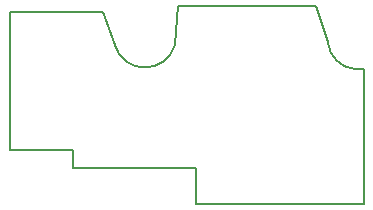
<source format=gm1>
G04 #@! TF.FileFunction,Profile,NP*
%FSLAX46Y46*%
G04 Gerber Fmt 4.6, Leading zero omitted, Abs format (unit mm)*
G04 Created by KiCad (PCBNEW 4.0.7) date 12/02/17 21:13:14*
%MOMM*%
%LPD*%
G01*
G04 APERTURE LIST*
%ADD10C,0.100000*%
%ADD11C,0.150000*%
G04 APERTURE END LIST*
D10*
D11*
X153670000Y-101346000D02*
X153670000Y-112776000D01*
X139446000Y-109728000D02*
X139446000Y-112776000D01*
X129032000Y-109728000D02*
X139446000Y-109728000D01*
X152908000Y-101346000D02*
X153670000Y-101346000D01*
X129032000Y-108204000D02*
X123698000Y-108204000D01*
X129032000Y-108204000D02*
X129032000Y-109728000D01*
X150622001Y-99060000D02*
G75*
G03X152908000Y-101346000I2539999J253999D01*
G01*
X132588000Y-99313999D02*
G75*
G03X137668000Y-99314000I2540000J761999D01*
G01*
X150622000Y-99060000D02*
X149606000Y-96012000D01*
X131572000Y-96520000D02*
X123698000Y-96520000D01*
X132588000Y-99314000D02*
X131572000Y-96520000D01*
X137922000Y-96012000D02*
X137668000Y-99314000D01*
X139446000Y-112776000D02*
X153670000Y-112776000D01*
X123698000Y-96520000D02*
X123698000Y-108204000D01*
X149606000Y-96012000D02*
X137922000Y-96012000D01*
M02*

</source>
